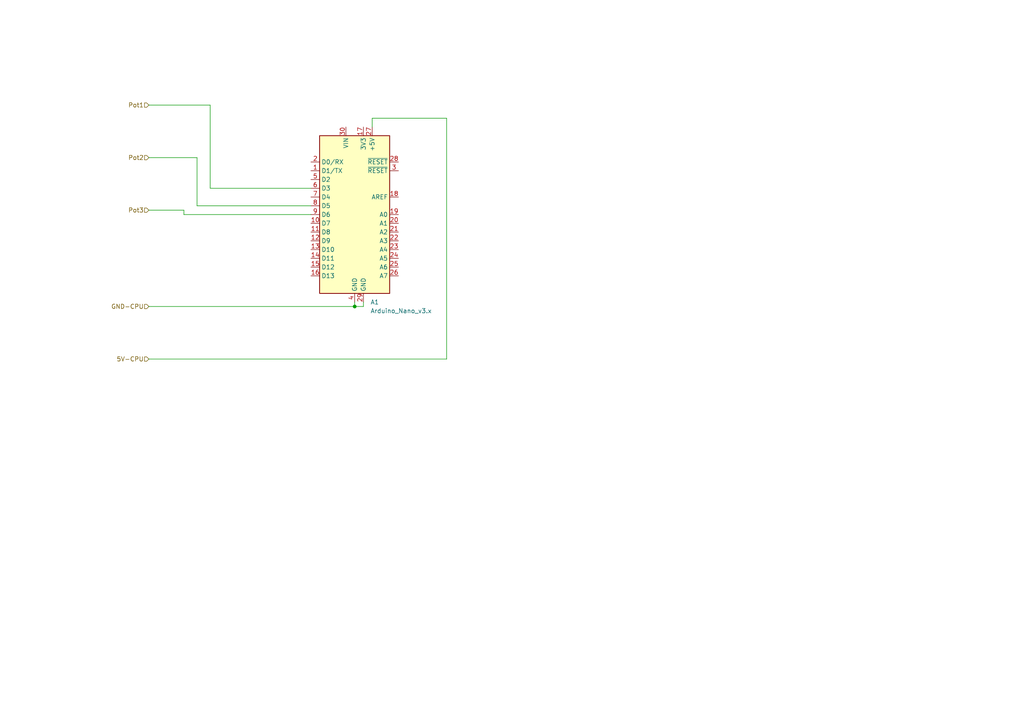
<source format=kicad_sch>
(kicad_sch (version 20211123) (generator eeschema)

  (uuid 0baa452f-6c83-4f46-b7df-5596cda34256)

  (paper "A4")

  (lib_symbols
    (symbol "MCU_Module:Arduino_Nano_v3.x" (in_bom yes) (on_board yes)
      (property "Reference" "A" (id 0) (at -10.16 23.495 0)
        (effects (font (size 1.27 1.27)) (justify left bottom))
      )
      (property "Value" "Arduino_Nano_v3.x" (id 1) (at 5.08 -24.13 0)
        (effects (font (size 1.27 1.27)) (justify left top))
      )
      (property "Footprint" "Module:Arduino_Nano" (id 2) (at 0 0 0)
        (effects (font (size 1.27 1.27) italic) hide)
      )
      (property "Datasheet" "http://www.mouser.com/pdfdocs/Gravitech_Arduino_Nano3_0.pdf" (id 3) (at 0 0 0)
        (effects (font (size 1.27 1.27)) hide)
      )
      (property "ki_keywords" "Arduino nano microcontroller module USB" (id 4) (at 0 0 0)
        (effects (font (size 1.27 1.27)) hide)
      )
      (property "ki_description" "Arduino Nano v3.x" (id 5) (at 0 0 0)
        (effects (font (size 1.27 1.27)) hide)
      )
      (property "ki_fp_filters" "Arduino*Nano*" (id 6) (at 0 0 0)
        (effects (font (size 1.27 1.27)) hide)
      )
      (symbol "Arduino_Nano_v3.x_0_1"
        (rectangle (start -10.16 22.86) (end 10.16 -22.86)
          (stroke (width 0.254) (type default) (color 0 0 0 0))
          (fill (type background))
        )
      )
      (symbol "Arduino_Nano_v3.x_1_1"
        (pin bidirectional line (at -12.7 12.7 0) (length 2.54)
          (name "D1/TX" (effects (font (size 1.27 1.27))))
          (number "1" (effects (font (size 1.27 1.27))))
        )
        (pin bidirectional line (at -12.7 -2.54 0) (length 2.54)
          (name "D7" (effects (font (size 1.27 1.27))))
          (number "10" (effects (font (size 1.27 1.27))))
        )
        (pin bidirectional line (at -12.7 -5.08 0) (length 2.54)
          (name "D8" (effects (font (size 1.27 1.27))))
          (number "11" (effects (font (size 1.27 1.27))))
        )
        (pin bidirectional line (at -12.7 -7.62 0) (length 2.54)
          (name "D9" (effects (font (size 1.27 1.27))))
          (number "12" (effects (font (size 1.27 1.27))))
        )
        (pin bidirectional line (at -12.7 -10.16 0) (length 2.54)
          (name "D10" (effects (font (size 1.27 1.27))))
          (number "13" (effects (font (size 1.27 1.27))))
        )
        (pin bidirectional line (at -12.7 -12.7 0) (length 2.54)
          (name "D11" (effects (font (size 1.27 1.27))))
          (number "14" (effects (font (size 1.27 1.27))))
        )
        (pin bidirectional line (at -12.7 -15.24 0) (length 2.54)
          (name "D12" (effects (font (size 1.27 1.27))))
          (number "15" (effects (font (size 1.27 1.27))))
        )
        (pin bidirectional line (at -12.7 -17.78 0) (length 2.54)
          (name "D13" (effects (font (size 1.27 1.27))))
          (number "16" (effects (font (size 1.27 1.27))))
        )
        (pin power_out line (at 2.54 25.4 270) (length 2.54)
          (name "3V3" (effects (font (size 1.27 1.27))))
          (number "17" (effects (font (size 1.27 1.27))))
        )
        (pin input line (at 12.7 5.08 180) (length 2.54)
          (name "AREF" (effects (font (size 1.27 1.27))))
          (number "18" (effects (font (size 1.27 1.27))))
        )
        (pin bidirectional line (at 12.7 0 180) (length 2.54)
          (name "A0" (effects (font (size 1.27 1.27))))
          (number "19" (effects (font (size 1.27 1.27))))
        )
        (pin bidirectional line (at -12.7 15.24 0) (length 2.54)
          (name "D0/RX" (effects (font (size 1.27 1.27))))
          (number "2" (effects (font (size 1.27 1.27))))
        )
        (pin bidirectional line (at 12.7 -2.54 180) (length 2.54)
          (name "A1" (effects (font (size 1.27 1.27))))
          (number "20" (effects (font (size 1.27 1.27))))
        )
        (pin bidirectional line (at 12.7 -5.08 180) (length 2.54)
          (name "A2" (effects (font (size 1.27 1.27))))
          (number "21" (effects (font (size 1.27 1.27))))
        )
        (pin bidirectional line (at 12.7 -7.62 180) (length 2.54)
          (name "A3" (effects (font (size 1.27 1.27))))
          (number "22" (effects (font (size 1.27 1.27))))
        )
        (pin bidirectional line (at 12.7 -10.16 180) (length 2.54)
          (name "A4" (effects (font (size 1.27 1.27))))
          (number "23" (effects (font (size 1.27 1.27))))
        )
        (pin bidirectional line (at 12.7 -12.7 180) (length 2.54)
          (name "A5" (effects (font (size 1.27 1.27))))
          (number "24" (effects (font (size 1.27 1.27))))
        )
        (pin bidirectional line (at 12.7 -15.24 180) (length 2.54)
          (name "A6" (effects (font (size 1.27 1.27))))
          (number "25" (effects (font (size 1.27 1.27))))
        )
        (pin bidirectional line (at 12.7 -17.78 180) (length 2.54)
          (name "A7" (effects (font (size 1.27 1.27))))
          (number "26" (effects (font (size 1.27 1.27))))
        )
        (pin power_out line (at 5.08 25.4 270) (length 2.54)
          (name "+5V" (effects (font (size 1.27 1.27))))
          (number "27" (effects (font (size 1.27 1.27))))
        )
        (pin input line (at 12.7 15.24 180) (length 2.54)
          (name "~{RESET}" (effects (font (size 1.27 1.27))))
          (number "28" (effects (font (size 1.27 1.27))))
        )
        (pin power_in line (at 2.54 -25.4 90) (length 2.54)
          (name "GND" (effects (font (size 1.27 1.27))))
          (number "29" (effects (font (size 1.27 1.27))))
        )
        (pin input line (at 12.7 12.7 180) (length 2.54)
          (name "~{RESET}" (effects (font (size 1.27 1.27))))
          (number "3" (effects (font (size 1.27 1.27))))
        )
        (pin power_in line (at -2.54 25.4 270) (length 2.54)
          (name "VIN" (effects (font (size 1.27 1.27))))
          (number "30" (effects (font (size 1.27 1.27))))
        )
        (pin power_in line (at 0 -25.4 90) (length 2.54)
          (name "GND" (effects (font (size 1.27 1.27))))
          (number "4" (effects (font (size 1.27 1.27))))
        )
        (pin bidirectional line (at -12.7 10.16 0) (length 2.54)
          (name "D2" (effects (font (size 1.27 1.27))))
          (number "5" (effects (font (size 1.27 1.27))))
        )
        (pin bidirectional line (at -12.7 7.62 0) (length 2.54)
          (name "D3" (effects (font (size 1.27 1.27))))
          (number "6" (effects (font (size 1.27 1.27))))
        )
        (pin bidirectional line (at -12.7 5.08 0) (length 2.54)
          (name "D4" (effects (font (size 1.27 1.27))))
          (number "7" (effects (font (size 1.27 1.27))))
        )
        (pin bidirectional line (at -12.7 2.54 0) (length 2.54)
          (name "D5" (effects (font (size 1.27 1.27))))
          (number "8" (effects (font (size 1.27 1.27))))
        )
        (pin bidirectional line (at -12.7 0 0) (length 2.54)
          (name "D6" (effects (font (size 1.27 1.27))))
          (number "9" (effects (font (size 1.27 1.27))))
        )
      )
    )
  )

  (junction (at 102.87 88.9) (diameter 0) (color 0 0 0 0)
    (uuid fe34907f-2e95-4476-817c-fca9dc003fd6)
  )

  (wire (pts (xy 90.17 54.61) (xy 60.96 54.61))
    (stroke (width 0) (type default) (color 0 0 0 0))
    (uuid 0c76e6f7-2f40-4691-b912-c3a07f522a67)
  )
  (wire (pts (xy 43.18 88.9) (xy 102.87 88.9))
    (stroke (width 0) (type default) (color 0 0 0 0))
    (uuid 19a4b6ad-6f15-4916-aa0e-cf7d38539c19)
  )
  (wire (pts (xy 60.96 54.61) (xy 60.96 30.48))
    (stroke (width 0) (type default) (color 0 0 0 0))
    (uuid 29c720e2-b4ec-43c1-9a4a-22438936a1d2)
  )
  (wire (pts (xy 129.54 104.14) (xy 129.54 34.29))
    (stroke (width 0) (type default) (color 0 0 0 0))
    (uuid 33b54a60-2c1c-45b8-b4d9-f554ca356710)
  )
  (wire (pts (xy 57.15 45.72) (xy 43.18 45.72))
    (stroke (width 0) (type default) (color 0 0 0 0))
    (uuid 46a8b7f4-4aa1-4197-8fbd-5a5ed59c8684)
  )
  (wire (pts (xy 102.87 88.9) (xy 105.41 88.9))
    (stroke (width 0) (type default) (color 0 0 0 0))
    (uuid 5bec9b83-e73b-462d-a878-da8642c2d4d8)
  )
  (wire (pts (xy 129.54 34.29) (xy 107.95 34.29))
    (stroke (width 0) (type default) (color 0 0 0 0))
    (uuid 65b128cf-4d89-4178-bc92-8206c79dff2e)
  )
  (wire (pts (xy 102.87 88.9) (xy 102.87 87.63))
    (stroke (width 0) (type default) (color 0 0 0 0))
    (uuid 6f31c440-2212-42c2-8f9f-095eeb8898ca)
  )
  (wire (pts (xy 57.15 59.69) (xy 57.15 45.72))
    (stroke (width 0) (type default) (color 0 0 0 0))
    (uuid 8b45adb0-c129-458d-866d-63f454e0c8ad)
  )
  (wire (pts (xy 53.34 62.23) (xy 53.34 60.96))
    (stroke (width 0) (type default) (color 0 0 0 0))
    (uuid 97f826f4-8de2-4e8c-9bfe-c5eaf514c9a5)
  )
  (wire (pts (xy 53.34 60.96) (xy 43.18 60.96))
    (stroke (width 0) (type default) (color 0 0 0 0))
    (uuid 98b30ae2-47e1-4497-9652-e87fb50628a4)
  )
  (wire (pts (xy 43.18 104.14) (xy 129.54 104.14))
    (stroke (width 0) (type default) (color 0 0 0 0))
    (uuid bdb5563a-8b68-4fa2-8554-44b6055fd4f0)
  )
  (wire (pts (xy 60.96 30.48) (xy 43.18 30.48))
    (stroke (width 0) (type default) (color 0 0 0 0))
    (uuid c7f88f9f-7d52-4713-a1a8-0732c64c3582)
  )
  (wire (pts (xy 105.41 88.9) (xy 105.41 87.63))
    (stroke (width 0) (type default) (color 0 0 0 0))
    (uuid c8f648f5-fa0c-4223-9fc4-90af2567aab4)
  )
  (wire (pts (xy 90.17 62.23) (xy 53.34 62.23))
    (stroke (width 0) (type default) (color 0 0 0 0))
    (uuid dc081bf7-d054-437b-a0da-7f63b93ef5c7)
  )
  (wire (pts (xy 107.95 34.29) (xy 107.95 36.83))
    (stroke (width 0) (type default) (color 0 0 0 0))
    (uuid ed6d5900-3b5a-4150-9989-4ead8f0c2458)
  )
  (wire (pts (xy 90.17 59.69) (xy 57.15 59.69))
    (stroke (width 0) (type default) (color 0 0 0 0))
    (uuid f834aada-1657-42d8-95dd-ab63432d3ba7)
  )

  (hierarchical_label "Pot3" (shape input) (at 43.18 60.96 180)
    (effects (font (size 1.27 1.27)) (justify right))
    (uuid 0f6d0aaf-266f-49ab-8da2-f1e1432e0cad)
  )
  (hierarchical_label "Pot2" (shape input) (at 43.18 45.72 180)
    (effects (font (size 1.27 1.27)) (justify right))
    (uuid 3d862790-ed45-4610-bb82-82d21fb76ccd)
  )
  (hierarchical_label "5V-CPU" (shape input) (at 43.18 104.14 180)
    (effects (font (size 1.27 1.27)) (justify right))
    (uuid 8ee28ddb-41c8-4a8c-ba71-e4350c1ddb83)
  )
  (hierarchical_label "GND-CPU" (shape input) (at 43.18 88.9 180)
    (effects (font (size 1.27 1.27)) (justify right))
    (uuid 9ba406a6-8a27-446b-ae89-6a25c468570c)
  )
  (hierarchical_label "Pot1" (shape input) (at 43.18 30.48 180)
    (effects (font (size 1.27 1.27)) (justify right))
    (uuid d26b8550-fa87-4597-be5e-6d3eb8641be7)
  )

  (symbol (lib_id "MCU_Module:Arduino_Nano_v3.x") (at 102.87 62.23 0) (unit 1)
    (in_bom yes) (on_board yes) (fields_autoplaced)
    (uuid d3683fab-0833-4998-aded-2a40954f604a)
    (property "Reference" "A1" (id 0) (at 107.4294 87.63 0)
      (effects (font (size 1.27 1.27)) (justify left))
    )
    (property "Value" "Arduino_Nano_v3.x" (id 1) (at 107.4294 90.17 0)
      (effects (font (size 1.27 1.27)) (justify left))
    )
    (property "Footprint" "Module:Arduino_Nano" (id 2) (at 102.87 62.23 0)
      (effects (font (size 1.27 1.27) italic) hide)
    )
    (property "Datasheet" "http://www.mouser.com/pdfdocs/Gravitech_Arduino_Nano3_0.pdf" (id 3) (at 102.87 62.23 0)
      (effects (font (size 1.27 1.27)) hide)
    )
    (pin "1" (uuid 060bf3f3-2e34-48ca-9e2e-14acbba99d2e))
    (pin "10" (uuid fe589753-f3fb-412d-b5d4-a20a22aa4977))
    (pin "11" (uuid 2939b815-4701-400f-a1b3-c8e960909652))
    (pin "12" (uuid 07da9017-8aeb-416b-b840-0e4691b51ca9))
    (pin "13" (uuid 3e154309-e3e9-43b0-9a52-0c18c1f49cd8))
    (pin "14" (uuid 89c2128f-f17f-43ea-b53a-254e500b73f0))
    (pin "15" (uuid 7f26ff60-0bb3-4047-b932-972b95868f93))
    (pin "16" (uuid b1734eb6-640a-4276-8d86-b88a3e33f58b))
    (pin "17" (uuid 7379467c-9fff-4f16-b766-33cae69c62e5))
    (pin "18" (uuid 19c2e1b7-cfd5-4999-8603-e442544160df))
    (pin "19" (uuid 4d1db250-a9ef-413d-ab1c-627f3e29ad89))
    (pin "2" (uuid 6253102b-5d1f-4665-b8fc-daede2360e2a))
    (pin "20" (uuid 984b9827-d30b-4847-b079-e542d298afdd))
    (pin "21" (uuid 51255f84-5189-413a-9e55-c1f10513866b))
    (pin "22" (uuid 1e0fdd08-be94-491e-a10e-eabf6db0f2e3))
    (pin "23" (uuid 2c2934f7-ed1c-4260-bee6-386ba2bee444))
    (pin "24" (uuid 3a6b2f30-0d59-4a4a-8721-760362215b2c))
    (pin "25" (uuid 90484c85-f94c-4e04-b6d7-7df72d3a0316))
    (pin "26" (uuid ac5f49b6-a42f-4679-a6c2-e4d9ef6532e4))
    (pin "27" (uuid 4484bee5-ee3f-4f57-9459-40cccc2985f3))
    (pin "28" (uuid 3db58c91-32c5-4f47-b5ab-172ce35d8abb))
    (pin "29" (uuid ba570860-4a38-4865-9bcf-cd33671c6294))
    (pin "3" (uuid f9f11ac3-de54-4686-8da9-76736132599f))
    (pin "30" (uuid 0a2782dc-3eb7-4b82-9beb-00b6a3a2774a))
    (pin "4" (uuid 74958aab-177e-451a-9103-845536b67acb))
    (pin "5" (uuid b996398c-6074-40d8-835c-0726a869120c))
    (pin "6" (uuid a5909b55-aeaa-4b80-89fc-bb47163aac96))
    (pin "7" (uuid 0f2aac98-633d-41bb-bdd6-897d70eeccb7))
    (pin "8" (uuid b0254ca1-338e-42eb-9e37-fc89c3a230c0))
    (pin "9" (uuid bf3643b2-cfbe-49f6-a1a1-9d4b7da0d48b))
  )
)

</source>
